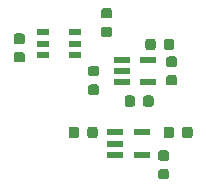
<source format=gbr>
G04 #@! TF.GenerationSoftware,KiCad,Pcbnew,5.99.0-unknown-4135f0c~100~ubuntu18.04.1*
G04 #@! TF.CreationDate,2019-10-31T11:44:12-04:00*
G04 #@! TF.ProjectId,psu,7073752e-6b69-4636-9164-5f7063625858,rev?*
G04 #@! TF.SameCoordinates,Original*
G04 #@! TF.FileFunction,Paste,Top*
G04 #@! TF.FilePolarity,Positive*
%FSLAX46Y46*%
G04 Gerber Fmt 4.6, Leading zero omitted, Abs format (unit mm)*
G04 Created by KiCad (PCBNEW 5.99.0-unknown-4135f0c~100~ubuntu18.04.1) date 2019-10-31 11:44:12*
%MOMM*%
%LPD*%
G04 APERTURE LIST*
%ADD10R,1.473200X0.558800*%
%ADD11R,1.041400X0.609600*%
G04 APERTURE END LIST*
D10*
X200884950Y-105899998D03*
X200884950Y-107800000D03*
X198649750Y-107800000D03*
X198649750Y-106849999D03*
X198649750Y-105899998D03*
D11*
X195200000Y-99350000D03*
X195200000Y-98399999D03*
X195200000Y-97449998D03*
X192500000Y-97449998D03*
X192500000Y-98399999D03*
X192500000Y-99350000D03*
D10*
X201417600Y-99762499D03*
X201417600Y-101662501D03*
X199182400Y-101662501D03*
X199182400Y-100712500D03*
X199182400Y-99762499D03*
G36*
X200164962Y-102791651D02*
G01*
X200235930Y-102839070D01*
X200283349Y-102910038D01*
X200300000Y-102993750D01*
X200300000Y-103506250D01*
X200283349Y-103589962D01*
X200235930Y-103660930D01*
X200164962Y-103708349D01*
X200081250Y-103725000D01*
X199643750Y-103725000D01*
X199560038Y-103708349D01*
X199489070Y-103660930D01*
X199441651Y-103589962D01*
X199425000Y-103506250D01*
X199425000Y-102993750D01*
X199441651Y-102910038D01*
X199489070Y-102839070D01*
X199560038Y-102791651D01*
X199643750Y-102775000D01*
X200081250Y-102775000D01*
X200164962Y-102791651D01*
G37*
G36*
X201739962Y-102791651D02*
G01*
X201810930Y-102839070D01*
X201858349Y-102910038D01*
X201875000Y-102993750D01*
X201875000Y-103506250D01*
X201858349Y-103589962D01*
X201810930Y-103660930D01*
X201739962Y-103708349D01*
X201656250Y-103725000D01*
X201218750Y-103725000D01*
X201135038Y-103708349D01*
X201064070Y-103660930D01*
X201016651Y-103589962D01*
X201000000Y-103506250D01*
X201000000Y-102993750D01*
X201016651Y-102910038D01*
X201064070Y-102839070D01*
X201135038Y-102791651D01*
X201218750Y-102775000D01*
X201656250Y-102775000D01*
X201739962Y-102791651D01*
G37*
G36*
X203739962Y-101066651D02*
G01*
X203810930Y-101114070D01*
X203858349Y-101185038D01*
X203875000Y-101268750D01*
X203875000Y-101706250D01*
X203858349Y-101789962D01*
X203810930Y-101860930D01*
X203739962Y-101908349D01*
X203656250Y-101925000D01*
X203143750Y-101925000D01*
X203060038Y-101908349D01*
X202989070Y-101860930D01*
X202941651Y-101789962D01*
X202925000Y-101706250D01*
X202925000Y-101268750D01*
X202941651Y-101185038D01*
X202989070Y-101114070D01*
X203060038Y-101066651D01*
X203143750Y-101050000D01*
X203656250Y-101050000D01*
X203739962Y-101066651D01*
G37*
G36*
X203739962Y-99491651D02*
G01*
X203810930Y-99539070D01*
X203858349Y-99610038D01*
X203875000Y-99693750D01*
X203875000Y-100131250D01*
X203858349Y-100214962D01*
X203810930Y-100285930D01*
X203739962Y-100333349D01*
X203656250Y-100350000D01*
X203143750Y-100350000D01*
X203060038Y-100333349D01*
X202989070Y-100285930D01*
X202941651Y-100214962D01*
X202925000Y-100131250D01*
X202925000Y-99693750D01*
X202941651Y-99610038D01*
X202989070Y-99539070D01*
X203060038Y-99491651D01*
X203143750Y-99475000D01*
X203656250Y-99475000D01*
X203739962Y-99491651D01*
G37*
G36*
X203057312Y-107441650D02*
G01*
X203128280Y-107489069D01*
X203175699Y-107560037D01*
X203192350Y-107643749D01*
X203192350Y-108081249D01*
X203175699Y-108164961D01*
X203128280Y-108235929D01*
X203057312Y-108283348D01*
X202973600Y-108299999D01*
X202461100Y-108299999D01*
X202377388Y-108283348D01*
X202306420Y-108235929D01*
X202259001Y-108164961D01*
X202242350Y-108081249D01*
X202242350Y-107643749D01*
X202259001Y-107560037D01*
X202306420Y-107489069D01*
X202377388Y-107441650D01*
X202461100Y-107424999D01*
X202973600Y-107424999D01*
X203057312Y-107441650D01*
G37*
G36*
X203057312Y-109016650D02*
G01*
X203128280Y-109064069D01*
X203175699Y-109135037D01*
X203192350Y-109218749D01*
X203192350Y-109656249D01*
X203175699Y-109739961D01*
X203128280Y-109810929D01*
X203057312Y-109858348D01*
X202973600Y-109874999D01*
X202461100Y-109874999D01*
X202377388Y-109858348D01*
X202306420Y-109810929D01*
X202259001Y-109739961D01*
X202242350Y-109656249D01*
X202242350Y-109218749D01*
X202259001Y-109135037D01*
X202306420Y-109064069D01*
X202377388Y-109016650D01*
X202461100Y-108999999D01*
X202973600Y-108999999D01*
X203057312Y-109016650D01*
G37*
G36*
X197139962Y-100291651D02*
G01*
X197210930Y-100339070D01*
X197258349Y-100410038D01*
X197275000Y-100493750D01*
X197275000Y-100931250D01*
X197258349Y-101014962D01*
X197210930Y-101085930D01*
X197139962Y-101133349D01*
X197056250Y-101150000D01*
X196543750Y-101150000D01*
X196460038Y-101133349D01*
X196389070Y-101085930D01*
X196341651Y-101014962D01*
X196325000Y-100931250D01*
X196325000Y-100493750D01*
X196341651Y-100410038D01*
X196389070Y-100339070D01*
X196460038Y-100291651D01*
X196543750Y-100275000D01*
X197056250Y-100275000D01*
X197139962Y-100291651D01*
G37*
G36*
X197139962Y-101866651D02*
G01*
X197210930Y-101914070D01*
X197258349Y-101985038D01*
X197275000Y-102068750D01*
X197275000Y-102506250D01*
X197258349Y-102589962D01*
X197210930Y-102660930D01*
X197139962Y-102708349D01*
X197056250Y-102725000D01*
X196543750Y-102725000D01*
X196460038Y-102708349D01*
X196389070Y-102660930D01*
X196341651Y-102589962D01*
X196325000Y-102506250D01*
X196325000Y-102068750D01*
X196341651Y-101985038D01*
X196389070Y-101914070D01*
X196460038Y-101866651D01*
X196543750Y-101850000D01*
X197056250Y-101850000D01*
X197139962Y-101866651D01*
G37*
G36*
X190839962Y-97541650D02*
G01*
X190910930Y-97589069D01*
X190958349Y-97660037D01*
X190975000Y-97743749D01*
X190975000Y-98181249D01*
X190958349Y-98264961D01*
X190910930Y-98335929D01*
X190839962Y-98383348D01*
X190756250Y-98399999D01*
X190243750Y-98399999D01*
X190160038Y-98383348D01*
X190089070Y-98335929D01*
X190041651Y-98264961D01*
X190025000Y-98181249D01*
X190025000Y-97743749D01*
X190041651Y-97660037D01*
X190089070Y-97589069D01*
X190160038Y-97541650D01*
X190243750Y-97524999D01*
X190756250Y-97524999D01*
X190839962Y-97541650D01*
G37*
G36*
X190839962Y-99116650D02*
G01*
X190910930Y-99164069D01*
X190958349Y-99235037D01*
X190975000Y-99318749D01*
X190975000Y-99756249D01*
X190958349Y-99839961D01*
X190910930Y-99910929D01*
X190839962Y-99958348D01*
X190756250Y-99974999D01*
X190243750Y-99974999D01*
X190160038Y-99958348D01*
X190089070Y-99910929D01*
X190041651Y-99839961D01*
X190025000Y-99756249D01*
X190025000Y-99318749D01*
X190041651Y-99235037D01*
X190089070Y-99164069D01*
X190160038Y-99116650D01*
X190243750Y-99099999D01*
X190756250Y-99099999D01*
X190839962Y-99116650D01*
G37*
G36*
X203489962Y-97991651D02*
G01*
X203560930Y-98039070D01*
X203608349Y-98110038D01*
X203625000Y-98193750D01*
X203625000Y-98706250D01*
X203608349Y-98789962D01*
X203560930Y-98860930D01*
X203489962Y-98908349D01*
X203406250Y-98925000D01*
X202968750Y-98925000D01*
X202885038Y-98908349D01*
X202814070Y-98860930D01*
X202766651Y-98789962D01*
X202750000Y-98706250D01*
X202750000Y-98193750D01*
X202766651Y-98110038D01*
X202814070Y-98039070D01*
X202885038Y-97991651D01*
X202968750Y-97975000D01*
X203406250Y-97975000D01*
X203489962Y-97991651D01*
G37*
G36*
X201914962Y-97991651D02*
G01*
X201985930Y-98039070D01*
X202033349Y-98110038D01*
X202050000Y-98193750D01*
X202050000Y-98706250D01*
X202033349Y-98789962D01*
X201985930Y-98860930D01*
X201914962Y-98908349D01*
X201831250Y-98925000D01*
X201393750Y-98925000D01*
X201310038Y-98908349D01*
X201239070Y-98860930D01*
X201191651Y-98789962D01*
X201175000Y-98706250D01*
X201175000Y-98193750D01*
X201191651Y-98110038D01*
X201239070Y-98039070D01*
X201310038Y-97991651D01*
X201393750Y-97975000D01*
X201831250Y-97975000D01*
X201914962Y-97991651D01*
G37*
G36*
X203464962Y-105441651D02*
G01*
X203535930Y-105489070D01*
X203583349Y-105560038D01*
X203600000Y-105643750D01*
X203600000Y-106156250D01*
X203583349Y-106239962D01*
X203535930Y-106310930D01*
X203464962Y-106358349D01*
X203381250Y-106375000D01*
X202943750Y-106375000D01*
X202860038Y-106358349D01*
X202789070Y-106310930D01*
X202741651Y-106239962D01*
X202725000Y-106156250D01*
X202725000Y-105643750D01*
X202741651Y-105560038D01*
X202789070Y-105489070D01*
X202860038Y-105441651D01*
X202943750Y-105425000D01*
X203381250Y-105425000D01*
X203464962Y-105441651D01*
G37*
G36*
X205039962Y-105441651D02*
G01*
X205110930Y-105489070D01*
X205158349Y-105560038D01*
X205175000Y-105643750D01*
X205175000Y-106156250D01*
X205158349Y-106239962D01*
X205110930Y-106310930D01*
X205039962Y-106358349D01*
X204956250Y-106375000D01*
X204518750Y-106375000D01*
X204435038Y-106358349D01*
X204364070Y-106310930D01*
X204316651Y-106239962D01*
X204300000Y-106156250D01*
X204300000Y-105643750D01*
X204316651Y-105560038D01*
X204364070Y-105489070D01*
X204435038Y-105441651D01*
X204518750Y-105425000D01*
X204956250Y-105425000D01*
X205039962Y-105441651D01*
G37*
G36*
X197007312Y-105441650D02*
G01*
X197078280Y-105489069D01*
X197125699Y-105560037D01*
X197142350Y-105643749D01*
X197142350Y-106156249D01*
X197125699Y-106239961D01*
X197078280Y-106310929D01*
X197007312Y-106358348D01*
X196923600Y-106374999D01*
X196486100Y-106374999D01*
X196402388Y-106358348D01*
X196331420Y-106310929D01*
X196284001Y-106239961D01*
X196267350Y-106156249D01*
X196267350Y-105643749D01*
X196284001Y-105560037D01*
X196331420Y-105489069D01*
X196402388Y-105441650D01*
X196486100Y-105424999D01*
X196923600Y-105424999D01*
X197007312Y-105441650D01*
G37*
G36*
X195432312Y-105441650D02*
G01*
X195503280Y-105489069D01*
X195550699Y-105560037D01*
X195567350Y-105643749D01*
X195567350Y-106156249D01*
X195550699Y-106239961D01*
X195503280Y-106310929D01*
X195432312Y-106358348D01*
X195348600Y-106374999D01*
X194911100Y-106374999D01*
X194827388Y-106358348D01*
X194756420Y-106310929D01*
X194709001Y-106239961D01*
X194692350Y-106156249D01*
X194692350Y-105643749D01*
X194709001Y-105560037D01*
X194756420Y-105489069D01*
X194827388Y-105441650D01*
X194911100Y-105424999D01*
X195348600Y-105424999D01*
X195432312Y-105441650D01*
G37*
G36*
X198239962Y-96966650D02*
G01*
X198310930Y-97014069D01*
X198358349Y-97085037D01*
X198375000Y-97168749D01*
X198375000Y-97606249D01*
X198358349Y-97689961D01*
X198310930Y-97760929D01*
X198239962Y-97808348D01*
X198156250Y-97824999D01*
X197643750Y-97824999D01*
X197560038Y-97808348D01*
X197489070Y-97760929D01*
X197441651Y-97689961D01*
X197425000Y-97606249D01*
X197425000Y-97168749D01*
X197441651Y-97085037D01*
X197489070Y-97014069D01*
X197560038Y-96966650D01*
X197643750Y-96949999D01*
X198156250Y-96949999D01*
X198239962Y-96966650D01*
G37*
G36*
X198239962Y-95391650D02*
G01*
X198310930Y-95439069D01*
X198358349Y-95510037D01*
X198375000Y-95593749D01*
X198375000Y-96031249D01*
X198358349Y-96114961D01*
X198310930Y-96185929D01*
X198239962Y-96233348D01*
X198156250Y-96249999D01*
X197643750Y-96249999D01*
X197560038Y-96233348D01*
X197489070Y-96185929D01*
X197441651Y-96114961D01*
X197425000Y-96031249D01*
X197425000Y-95593749D01*
X197441651Y-95510037D01*
X197489070Y-95439069D01*
X197560038Y-95391650D01*
X197643750Y-95374999D01*
X198156250Y-95374999D01*
X198239962Y-95391650D01*
G37*
M02*

</source>
